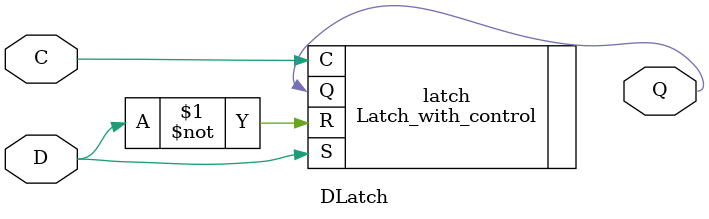
<source format=v>
module DLatch(	
		input D,
		input C,
		output Q
	);
	
	
	Latch_with_control latch(
	   .S(D),
	   .C(C),
	   .R(~D),
	   .Q(Q)
    ); 
	

endmodule	
</source>
